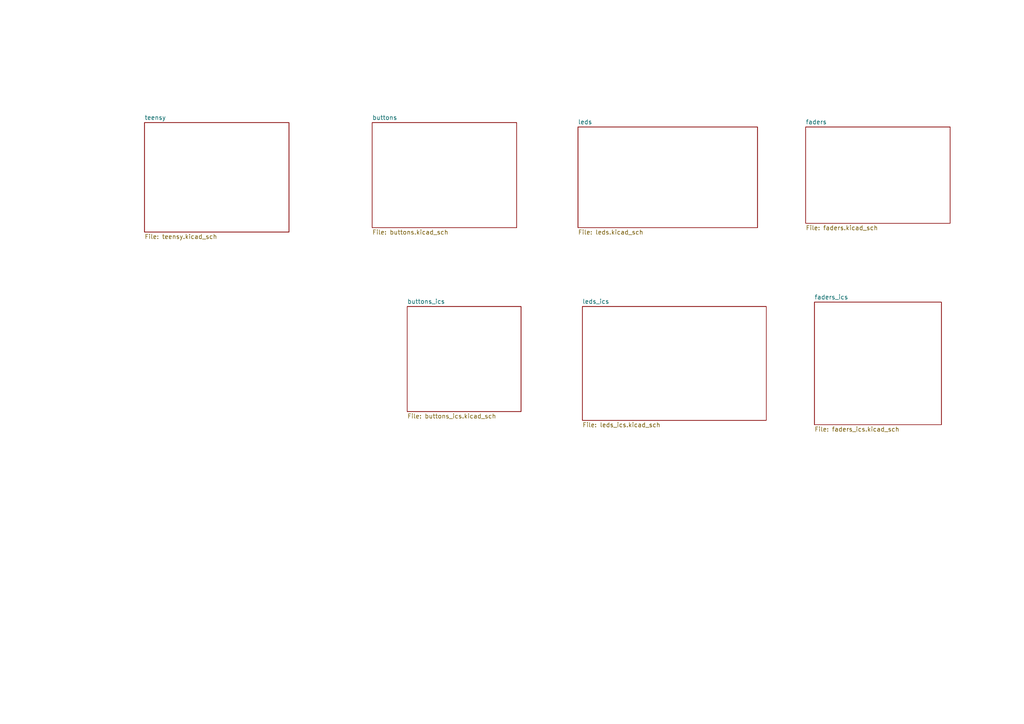
<source format=kicad_sch>
(kicad_sch (version 20230121) (generator eeschema)
  (paper "A4")
  (lib_symbols)
  (sheet (at 41.91 35.56) (size 41.91 31.75)
    (property "Sheetname" "teensy" (at 41.91 34.8484 0) (effects (justify left bottom)))
    (property "Sheetfile" "teensy.kicad_sch" (at 41.91 67.8946 0) (effects (justify left top)))
  )
  (sheet (at 107.95 35.56) (size 41.91 30.48)
    (property "Sheetname" "buttons" (at 107.95 34.8484 0) (effects (justify left bottom)))
    (property "Sheetfile" "buttons.kicad_sch" (at 107.95 66.6246 0) (effects (justify left top)))
  )
  (sheet (at 167.64 36.83) (size 52.07 29.21)
    (property "Sheetname" "leds" (at 167.64 36.1184 0) (effects (justify left bottom)))
    (property "Sheetfile" "leds.kicad_sch" (at 167.64 66.6246 0) (effects (justify left top)))
  )
  (sheet (at 233.68 36.83) (size 41.91 27.94)
    (property "Sheetname" "faders" (at 233.68 36.1184 0) (effects (justify left bottom)))
    (property "Sheetfile" "faders.kicad_sch" (at 233.68 65.3546 0) (effects (justify left top)))
  )
  (sheet (at 236.22 87.63) (size 36.83 35.56)
    (property "Sheetname" "faders_ics" (at 236.22 86.9184 0) (effects (justify left bottom)))
    (property "Sheetfile" "faders_ics.kicad_sch" (at 236.22 123.7746 0) (effects (justify left top)))
  )
  (sheet (at 118.11 88.9) (size 33.02 30.48)
    (property "Sheetname" "buttons_ics" (at 118.11 88.1884 0) (effects (justify left bottom)))
    (property "Sheetfile" "buttons_ics.kicad_sch" (at 118.11 119.9646 0) (effects (justify left top)))
  )
  (sheet (at 168.91 88.9) (size 53.34 33.02)
    (property "Sheetname" "leds_ics" (at 168.91 88.1884 0) (effects (justify left bottom)))
    (property "Sheetfile" "leds_ics.kicad_sch" (at 168.91 122.5046 0) (effects (justify left top)))
  )
)
</source>
